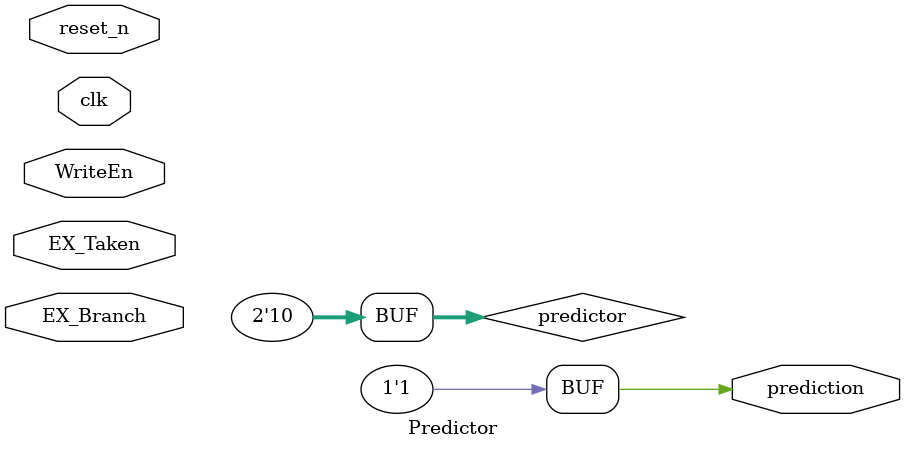
<source format=v>
module Predictor (clk, reset_n, WriteEn, EX_Branch, EX_Taken, prediction);
	input clk;
	input reset_n;
	input WriteEn;
	input EX_Branch;
	input EX_Taken;
	output prediction;

	reg [1:0] predictor;
	
	always @(reset_n) begin
		predictor = 2'b10;
	end

	always @(negedge clk) begin
		if (WriteEn == 1'b1) begin
			if (EX_Branch == 1'b1) begin
				if (EX_Taken == 1'b1) begin
					if (predictor != 2'b11) begin
						predictor = predictor + 1;
					end
				end
				else if (EX_Taken == 1'b0) begin
					if (predictor != 2'b00) begin
						predictor = predictor - 1;
					end
				end
			end
		end
	end

	assign prediction = predictor[1];
endmodule
</source>
